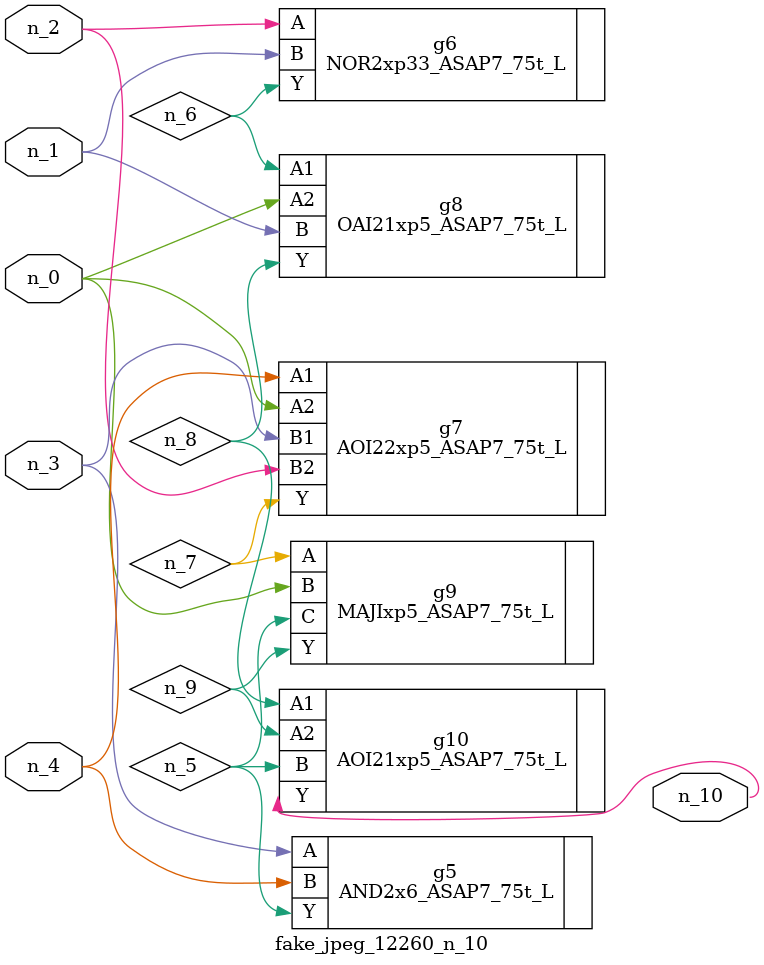
<source format=v>
module fake_jpeg_12260_n_10 (n_3, n_2, n_1, n_0, n_4, n_10);

input n_3;
input n_2;
input n_1;
input n_0;
input n_4;

output n_10;

wire n_8;
wire n_9;
wire n_6;
wire n_5;
wire n_7;

AND2x6_ASAP7_75t_L g5 ( 
.A(n_3),
.B(n_4),
.Y(n_5)
);

NOR2xp33_ASAP7_75t_L g6 ( 
.A(n_2),
.B(n_1),
.Y(n_6)
);

AOI22xp5_ASAP7_75t_L g7 ( 
.A1(n_4),
.A2(n_0),
.B1(n_3),
.B2(n_2),
.Y(n_7)
);

OAI21xp5_ASAP7_75t_L g8 ( 
.A1(n_6),
.A2(n_0),
.B(n_1),
.Y(n_8)
);

AOI21xp5_ASAP7_75t_L g10 ( 
.A1(n_8),
.A2(n_9),
.B(n_5),
.Y(n_10)
);

MAJIxp5_ASAP7_75t_L g9 ( 
.A(n_7),
.B(n_0),
.C(n_5),
.Y(n_9)
);


endmodule
</source>
